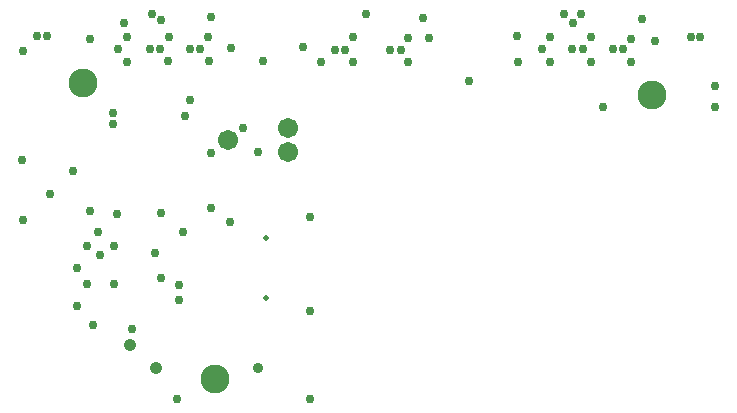
<source format=gbs>
%FSTAX23Y23*%
%MOIN*%
%SFA1B1*%

%IPPOS*%
%ADD87C,0.096000*%
%ADD88C,0.041430*%
%ADD89C,0.018800*%
%ADD90C,0.067020*%
%ADD91C,0.030000*%
%ADD92C,0.036000*%
%LNdextrems_v1-1*%
%LPD*%
G54D87*
X00227Y-00251D03*
X00668Y-01237D03*
X02124Y-00291D03*
G54D88*
X00384Y-01124D03*
X00473Y-01201D03*
G54D89*
X00838Y-00768D03*
Y-00969D03*
G54D90*
X00711Y-00442D03*
X00911Y-00482D03*
Y-00402D03*
G54D91*
X00118Y-00622D03*
X00718Y-00716D03*
X00469Y-0082D03*
X00562Y-00749D03*
X02335Y-00261D03*
X01961Y-00333D03*
X02335Y-00332D03*
X01516Y-00246D03*
X0072Y-00134D03*
X00961Y-00133D03*
X00828Y-00178D03*
X00029Y-00145D03*
X00027Y-0071D03*
X00986Y-00697D03*
Y-01011D03*
Y-01304D03*
X00543D03*
X00262Y-01059D03*
X00761Y-00402D03*
X00196Y-00544D03*
X01785Y-001D03*
X00208Y-00994D03*
X00328Y-00388D03*
X02093Y-00037D03*
X02054Y-00104D03*
X02285Y-00098D03*
X02254Y-00097D03*
X02135Y-00113D03*
X01889Y-00021D03*
X01832Y-00021D03*
X01674Y-00096D03*
X01382Y-00103D03*
X01757Y-0014D03*
X0136Y-00035D03*
X01679Y-00181D03*
X01312Y-00102D03*
X01287Y-00142D03*
X01251Y-00142D03*
X011Y-00142D03*
X01067D03*
X01172Y-00021D03*
X01129Y-001D03*
X00364Y-00053D03*
X00656Y-00033D03*
X00458Y-00021D03*
X00489Y-00043D03*
X00253Y-00106D03*
X0033Y-00923D03*
X00331Y-00794D03*
X00025Y-00507D03*
X00253Y-00677D03*
X00346Y-0014D03*
X00645Y-001D03*
X00586Y-00139D03*
X00619Y-00139D03*
X00278Y-0075D03*
X00209Y-0087D03*
X02028Y-0014D03*
X01995Y-0014D03*
X01895Y-0014D03*
X01859D03*
X00485Y-00139D03*
X00451D03*
X00548Y-00975D03*
Y-00925D03*
X00284Y-00825D03*
X01023Y-00182D03*
X01313D03*
X00489Y-00902D03*
X00586Y-00309D03*
X00811Y-00482D03*
X00656Y-00485D03*
X00327Y-00353D03*
X0039Y-01072D03*
X00488Y-00685D03*
X02056Y-00183D03*
X01921Y-00181D03*
X01784Y-00181D03*
X01127Y-00182D03*
X00647Y-0018D03*
X00513D03*
X00374Y-00181D03*
X01862Y-00051D03*
X00108Y-00094D03*
X00076D03*
X01923Y-001D03*
X00515Y-00099D03*
X00375Y-001D03*
X00241Y-00795D03*
X00241Y-00922D03*
X00567Y-00363D03*
X00343Y-00689D03*
X00656Y-00667D03*
G54D92*
X00813Y-01201D03*
M02*
</source>
